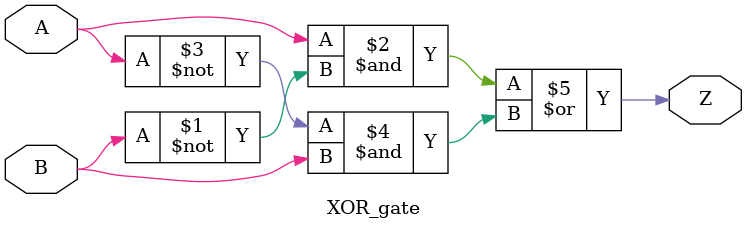
<source format=v>
`timescale 1ns / 1ps

module XOR_gate(
    input A,
    input B,
    output Z
    );

assign Z= (A & ~B)|(~A & B);
endmodule

</source>
